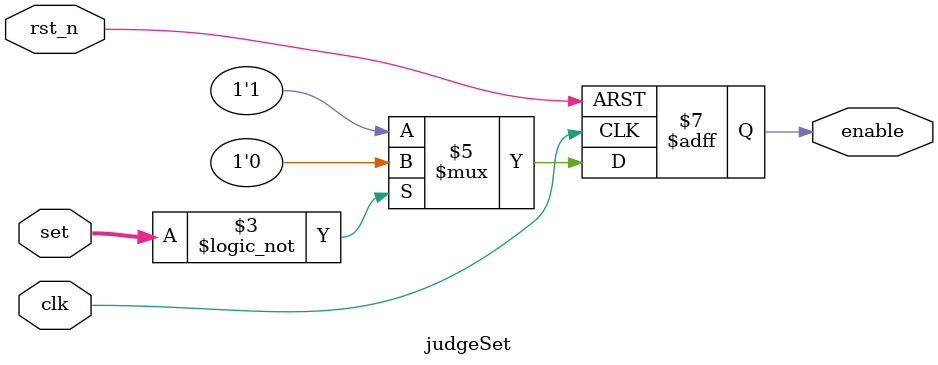
<source format=v>
module judgeSet(clk,rst_n,set,enable);
input clk,rst_n;
input [31:0]set;
output reg enable;
always @(posedge clk or negedge rst_n)
begin
if(!rst_n)
	begin
		enable<=1'b0;
	end
else
	begin
	  if(set==32'd0)
		begin
		enable<=1'b0;
		end
	  else
		begin
		enable<=1'b1;
		end
	end
end//always
endmodule 
</source>
